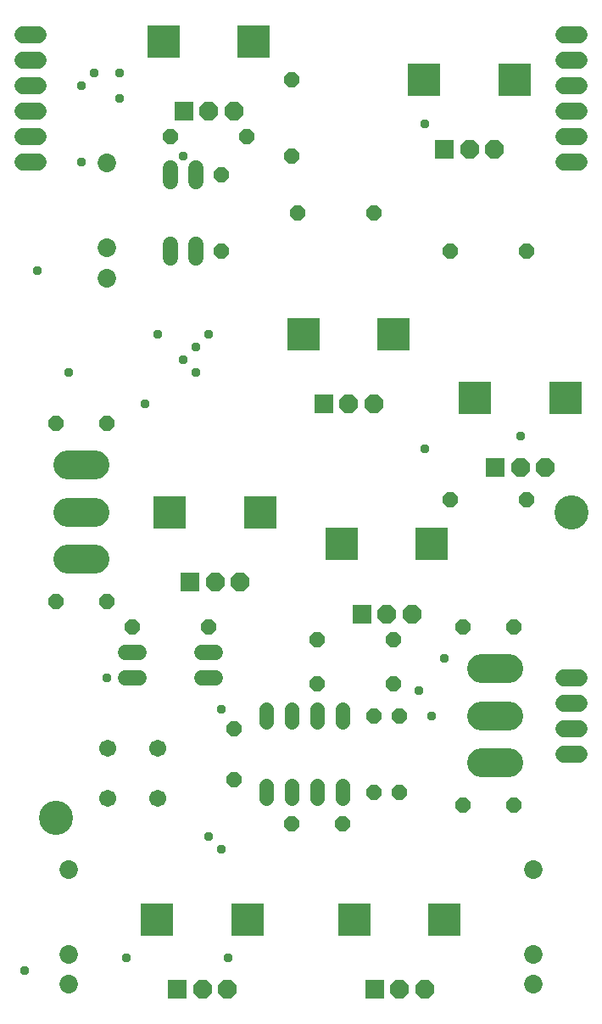
<source format=gbr>
G04 EAGLE Gerber RS-274X export*
G75*
%MOMM*%
%FSLAX34Y34*%
%LPD*%
%INSoldermask Top*%
%IPPOS*%
%AMOC8*
5,1,8,0,0,1.08239X$1,22.5*%
G01*
%ADD10C,3.403600*%
%ADD11R,1.879600X1.879600*%
%ADD12P,2.034460X8X292.500000*%
%ADD13R,3.319200X3.319200*%
%ADD14C,1.853200*%
%ADD15C,2.908300*%
%ADD16C,1.711200*%
%ADD17P,1.649562X8X202.500000*%
%ADD18P,1.649562X8X292.500000*%
%ADD19P,1.649562X8X22.500000*%
%ADD20C,1.727200*%
%ADD21C,1.411200*%
%ADD22P,1.649562X8X112.500000*%
%ADD23C,1.524000*%
%ADD24C,0.959600*%


D10*
X50800Y190500D03*
X565150Y495300D03*
D11*
X438550Y857100D03*
D12*
X463550Y857100D03*
X488550Y857100D03*
D13*
X508550Y927100D03*
X418550Y927100D03*
D11*
X489350Y539600D03*
D12*
X514350Y539600D03*
X539350Y539600D03*
D13*
X559350Y609600D03*
X469350Y609600D03*
D11*
X184550Y425300D03*
D12*
X209550Y425300D03*
X234550Y425300D03*
D13*
X254550Y495300D03*
X164550Y495300D03*
D11*
X317900Y603100D03*
D12*
X342900Y603100D03*
X367900Y603100D03*
D13*
X387900Y673100D03*
X297900Y673100D03*
D11*
X356000Y393550D03*
D12*
X381000Y393550D03*
X406000Y393550D03*
D13*
X426000Y463550D03*
X336000Y463550D03*
D11*
X368700Y18900D03*
D12*
X393700Y18900D03*
X418700Y18900D03*
D13*
X438700Y88900D03*
X348700Y88900D03*
D14*
X101600Y843750D03*
X101600Y758750D03*
X101600Y728750D03*
X63500Y138900D03*
X63500Y53900D03*
X63500Y23900D03*
X527050Y138900D03*
X527050Y53900D03*
X527050Y23900D03*
D11*
X178200Y895200D03*
D12*
X203200Y895200D03*
X228200Y895200D03*
D13*
X248200Y965200D03*
X158200Y965200D03*
D15*
X89726Y448310D02*
X62675Y448310D01*
X62675Y495300D02*
X89726Y495300D01*
X89726Y542290D02*
X62675Y542290D01*
D16*
X102000Y259950D03*
X102000Y209950D03*
X152000Y209950D03*
X152000Y259950D03*
D17*
X387350Y368300D03*
X311150Y368300D03*
X101600Y406400D03*
X50800Y406400D03*
D18*
X215900Y831850D03*
X215900Y755650D03*
D17*
X520700Y508000D03*
X444500Y508000D03*
D18*
X285750Y927100D03*
X285750Y850900D03*
D17*
X241300Y869950D03*
X165100Y869950D03*
D19*
X292100Y793750D03*
X368300Y793750D03*
D17*
X520700Y755650D03*
X444500Y755650D03*
X101600Y584200D03*
X50800Y584200D03*
D19*
X127000Y381000D03*
X203200Y381000D03*
D20*
X557530Y254000D02*
X572770Y254000D01*
X572770Y279400D02*
X557530Y279400D01*
X557530Y304800D02*
X572770Y304800D01*
X572770Y330200D02*
X557530Y330200D01*
D21*
X336550Y298140D02*
X336550Y286060D01*
X311150Y286060D02*
X311150Y298140D01*
X285750Y298140D02*
X285750Y286060D01*
X260350Y286060D02*
X260350Y298140D01*
X260350Y221940D02*
X260350Y209860D01*
X285750Y209860D02*
X285750Y221940D01*
X311150Y221940D02*
X311150Y209860D01*
X336550Y209860D02*
X336550Y221940D01*
D18*
X228600Y279400D03*
X228600Y228600D03*
D17*
X336550Y184150D03*
X285750Y184150D03*
D18*
X368300Y292100D03*
X368300Y215900D03*
D22*
X393700Y215900D03*
X393700Y292100D03*
D17*
X387350Y323850D03*
X311150Y323850D03*
D20*
X557530Y844550D02*
X572770Y844550D01*
X572770Y869950D02*
X557530Y869950D01*
X557530Y895350D02*
X572770Y895350D01*
X572770Y920750D02*
X557530Y920750D01*
X557530Y946150D02*
X572770Y946150D01*
X572770Y971550D02*
X557530Y971550D01*
D15*
X502476Y245110D02*
X475425Y245110D01*
X475425Y292100D02*
X502476Y292100D01*
X502476Y339090D02*
X475425Y339090D01*
D11*
X171850Y18900D03*
D12*
X196850Y18900D03*
X221850Y18900D03*
D13*
X241850Y88900D03*
X151850Y88900D03*
D23*
X133604Y330200D02*
X120396Y330200D01*
X196596Y330200D02*
X209804Y330200D01*
X209804Y355600D02*
X196596Y355600D01*
X133604Y355600D02*
X120396Y355600D01*
D19*
X457200Y381000D03*
X508000Y381000D03*
X457200Y203200D03*
X508000Y203200D03*
D20*
X33020Y844550D02*
X17780Y844550D01*
X17780Y869950D02*
X33020Y869950D01*
X33020Y895350D02*
X17780Y895350D01*
X17780Y920750D02*
X33020Y920750D01*
X33020Y946150D02*
X17780Y946150D01*
X17780Y971550D02*
X33020Y971550D01*
D23*
X190500Y762254D02*
X190500Y749046D01*
X190500Y825246D02*
X190500Y838454D01*
X165100Y838454D02*
X165100Y825246D01*
X165100Y762254D02*
X165100Y749046D01*
D24*
X31750Y736600D03*
X88900Y933450D03*
X190500Y660400D03*
X101600Y330200D03*
X114300Y933450D03*
X203200Y673100D03*
X152400Y673100D03*
X63500Y635000D03*
X190500Y635000D03*
X76200Y844550D03*
X76200Y920750D03*
X438150Y857250D03*
X19050Y38100D03*
X419100Y18900D03*
X514350Y571500D03*
X215900Y298450D03*
X215900Y158750D03*
X412750Y317500D03*
X425450Y292100D03*
X419100Y558800D03*
X419100Y882650D03*
X177800Y850900D03*
X177800Y647700D03*
X139700Y603100D03*
X114300Y908050D03*
X438150Y349250D03*
X120650Y50800D03*
X222250Y50800D03*
X203200Y171450D03*
M02*

</source>
